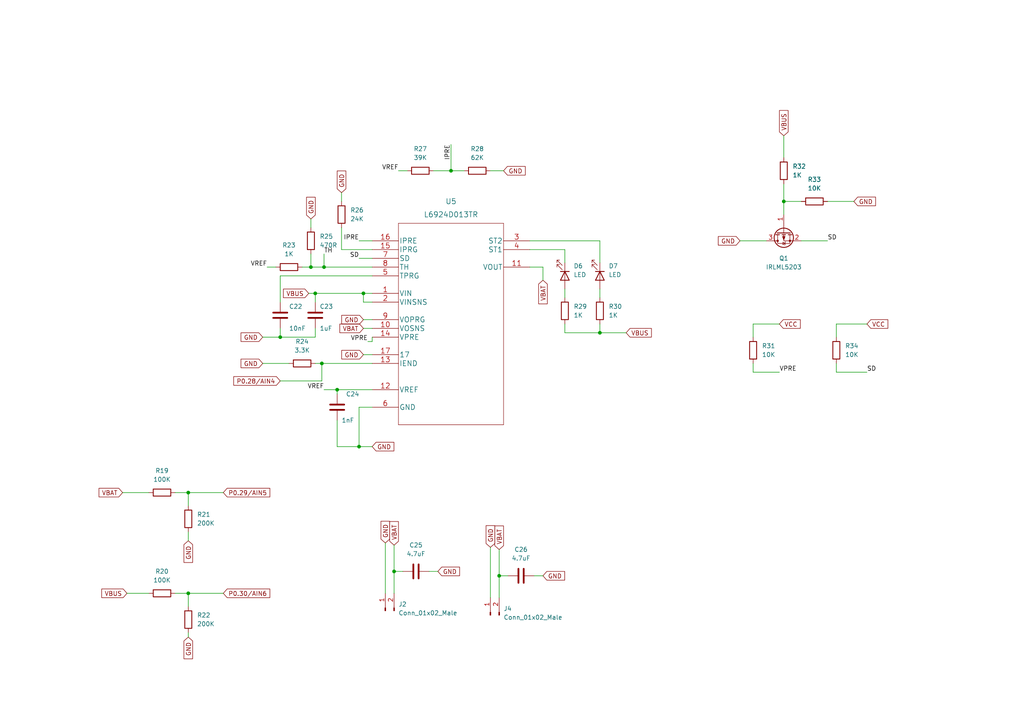
<source format=kicad_sch>
(kicad_sch (version 20211123) (generator eeschema)
  (paper "A4")
  (lib_symbols
    (symbol "Connector:Conn_01x02_Male" (pin_names (offset 1.016) hide)
      (property "Reference" "J" (at 0 2.54 0))
      (property "Value" "Conn_01x02_Male" (at 0 -5.08 0))
      (symbol "Conn_01x02_Male_1_1"
        (polyline (pts (xy 1.27 -2.54) (xy 0.8636 -2.54)) (stroke (width 0.1524)))
        (polyline (pts (xy 1.27 0) (xy 0.8636 0)) (stroke (width 0.1524)))
        (rectangle (start 0.8636 -2.413) (end 0 -2.667) (stroke (width 0.1524)) (fill (type outline)))
        (rectangle (start 0.8636 0.127) (end 0 -0.127) (stroke (width 0.1524)) (fill (type outline)))
        (pin passive line (at 5.08 0 180) (length 3.81) (name "Pin_1") (number "1"))
        (pin passive line (at 5.08 -2.54 180) (length 3.81) (name "Pin_2") (number "2"))
      )
    )
    (symbol "Device:C" (pin_numbers hide) (pin_names (offset 0.254))
      (property "Reference" "C" (at 0.635 2.54 0))
      (property "Value" "C" (at 0.635 -2.54 0))
      (symbol "C_0_1"
        (polyline (pts (xy -2.032 -0.762) (xy 2.032 -0.762)) (stroke (width 0.508)))
        (polyline (pts (xy -2.032 0.762) (xy 2.032 0.762)) (stroke (width 0.508)))
      )
      (symbol "C_1_1"
        (pin passive line (at 0 3.81 270) (length 2.794) (name "~") (number "1"))
        (pin passive line (at 0 -3.81 90) (length 2.794) (name "~") (number "2"))
      )
    )
    (symbol "Device:LED" (pin_numbers hide) (pin_names (offset 1.016) hide)
      (property "Reference" "D" (at 0 2.54 0))
      (property "Value" "LED" (at 0 -2.54 0))
      (symbol "LED_0_1"
        (polyline (pts (xy -1.27 -1.27) (xy -1.27 1.27)) (stroke (width 0.254)))
        (polyline (pts (xy -1.27 0) (xy 1.27 0)))
        (polyline (pts (xy 1.27 -1.27) (xy 1.27 1.27) (xy -1.27 0) (xy 1.27 -1.27)) (stroke (width 0.254)))
        (polyline (pts (xy -3.048 -0.762) (xy -4.572 -2.286) (xy -3.81 -2.286) (xy -4.572 -2.286) (xy -4.572 -1.524)))
        (polyline (pts (xy -1.778 -0.762) (xy -3.302 -2.286) (xy -2.54 -2.286) (xy -3.302 -2.286) (xy -3.302 -1.524)))
      )
      (symbol "LED_1_1"
        (pin passive line (at -3.81 0 0) (length 2.54) (name "K") (number "1"))
        (pin passive line (at 3.81 0 180) (length 2.54) (name "A") (number "2"))
      )
    )
    (symbol "Device:R" (pin_numbers hide) (pin_names (offset 0))
      (property "Reference" "R" (at 2.032 0 90))
      (property "Value" "R" (at 0 0 90))
      (symbol "R_0_1"
        (rectangle (start -1.016 -2.54) (end 1.016 2.54) (stroke (width 0.254)))
      )
      (symbol "R_1_1"
        (pin passive line (at 0 3.81 270) (length 1.27) (name "~") (number "1"))
        (pin passive line (at 0 -3.81 90) (length 1.27) (name "~") (number "2"))
      )
    )
    (symbol "L6924D013TR:L6924D013TR" (pin_names (offset 0.254))
      (property "Reference" "U" (at 22.86 10.16 0))
      (property "Value" "L6924D013TR" (at 22.86 7.62 0))
      (symbol "L6924D013TR_1_1"
        (polyline (pts (xy 7.62 -53.34) (xy 38.1 -53.34)) (stroke (width 0.127)))
        (polyline (pts (xy 7.62 5.08) (xy 7.62 -53.34)) (stroke (width 0.127)))
        (polyline (pts (xy 38.1 -53.34) (xy 38.1 5.08)) (stroke (width 0.127)))
        (polyline (pts (xy 38.1 5.08) (xy 7.62 5.08)) (stroke (width 0.127)))
        (pin input line (at 0 -15.24 0) (length 7.62) (name "VIN") (number "1"))
        (pin input line (at 0 -25.4 0) (length 7.62) (name "VOSNS") (number "10"))
        (pin output line (at 45.72 -7.62 180) (length 7.62) (name "VOUT") (number "11"))
        (pin output line (at 0 -43.18 0) (length 7.62) (name "VREF") (number "12"))
        (pin bidirectional line (at 0 -35.56 0) (length 7.62) (name "IEND") (number "13"))
        (pin input line (at 0 -27.94 0) (length 7.62) (name "VPRE") (number "14"))
        (pin input line (at 0 -2.54 0) (length 7.62) (name "IPRG") (number "15"))
        (pin input line (at 0 0 0) (length 7.62) (name "IPRE") (number "16"))
        (pin unspecified line (at 0 -33.02 0) (length 7.62) (name "17") (number "17"))
        (pin input line (at 0 -17.78 0) (length 7.62) (name "VINSNS") (number "2"))
        (pin output line (at 45.72 0 180) (length 7.62) (name "ST2") (number "3"))
        (pin output line (at 45.72 -2.54 180) (length 7.62) (name "ST1") (number "4"))
        (pin input line (at 0 -10.16 0) (length 7.62) (name "TPRG") (number "5"))
        (pin power_in line (at 0 -48.26 0) (length 7.62) (name "GND") (number "6"))
        (pin input line (at 0 -5.08 0) (length 7.62) (name "SD") (number "7"))
        (pin input line (at 0 -7.62 0) (length 7.62) (name "TH") (number "8"))
        (pin input line (at 0 -22.86 0) (length 7.62) (name "VOPRG") (number "9"))
      )
    )
    (symbol "Transistor_FET:IRLML5203" (pin_names hide)
      (property "Reference" "Q" (at 5.08 1.905 0))
      (property "Value" "IRLML5203" (at 5.08 0 0))
      (symbol "IRLML5203_0_1"
        (polyline (pts (xy 0.254 0) (xy -2.54 0)))
        (polyline (pts (xy 0.254 1.905) (xy 0.254 -1.905)) (stroke (width 0.254)))
        (polyline (pts (xy 0.762 -1.27) (xy 0.762 -2.286)) (stroke (width 0.254)))
        (polyline (pts (xy 0.762 0.508) (xy 0.762 -0.508)) (stroke (width 0.254)))
        (polyline (pts (xy 0.762 2.286) (xy 0.762 1.27)) (stroke (width 0.254)))
        (polyline (pts (xy 2.54 2.54) (xy 2.54 1.778)))
        (polyline (pts (xy 2.54 -2.54) (xy 2.54 0) (xy 0.762 0)))
        (polyline (pts (xy 0.762 1.778) (xy 3.302 1.778) (xy 3.302 -1.778) (xy 0.762 -1.778)))
        (polyline (pts (xy 2.286 0) (xy 1.27 0.381) (xy 1.27 -0.381) (xy 2.286 0)) (fill (type outline)))
        (polyline (pts (xy 2.794 -0.508) (xy 2.921 -0.381) (xy 3.683 -0.381) (xy 3.81 -0.254)))
        (polyline (pts (xy 3.302 -0.381) (xy 2.921 0.254) (xy 3.683 0.254) (xy 3.302 -0.381)))
        (circle (center 1.651 0) (radius 2.794) (stroke (width 0.254)))
        (circle (center 2.54 -1.778) (radius 0.254) (fill (type outline)))
        (circle (center 2.54 1.778) (radius 0.254) (fill (type outline)))
      )
      (symbol "IRLML5203_1_1"
        (pin input line (at -5.08 0 0) (length 2.54) (name "G") (number "1"))
        (pin passive line (at 2.54 -5.08 90) (length 2.54) (name "S") (number "2"))
        (pin passive line (at 2.54 5.08 270) (length 2.54) (name "D") (number "3"))
      )
    )
  )
  (junction (at 105.41 85.09))
  (junction (at 144.78 167.005))
  (junction (at 54.61 172.085))
  (junction (at 130.81 49.53))
  (junction (at 54.61 142.875))
  (junction (at 114.3 165.735))
  (junction (at 90.17 77.47))
  (junction (at 91.44 85.09))
  (junction (at 104.14 129.54))
  (junction (at 227.33 58.42))
  (junction (at 81.28 97.79))
  (junction (at 173.99 96.52))
  (junction (at 93.345 105.41))
  (junction (at 97.79 113.03))
  (junction (at 93.98 77.47))
  (wire (pts (xy 142.24 49.53) (xy 146.05 49.53)))
  (wire (pts (xy 107.95 72.39) (xy 99.06 72.39)))
  (wire (pts (xy 227.33 58.42) (xy 227.33 62.23)))
  (wire (pts (xy 242.57 93.98) (xy 251.46 93.98)))
  (wire (pts (xy 76.2 105.41) (xy 83.82 105.41)))
  (wire (pts (xy 50.8 142.875) (xy 54.61 142.875)))
  (wire (pts (xy 114.3 165.735) (xy 116.84 165.735)))
  (wire (pts (xy 90.17 63.5) (xy 90.17 66.04)))
  (wire (pts (xy 154.94 167.005) (xy 157.48 167.005)))
  (wire (pts (xy 111.76 157.48) (xy 111.76 172.085)))
  (wire (pts (xy 104.14 74.93) (xy 107.95 74.93)))
  (wire (pts (xy 124.46 165.735) (xy 127 165.735)))
  (wire (pts (xy 93.98 113.03) (xy 97.79 113.03)))
  (wire (pts (xy 99.06 72.39) (xy 99.06 66.04)))
  (wire (pts (xy 93.345 105.41) (xy 107.95 105.41)))
  (wire (pts (xy 144.78 159.385) (xy 144.78 167.005)))
  (wire (pts (xy 163.83 93.98) (xy 163.83 96.52)))
  (wire (pts (xy 104.14 129.54) (xy 107.95 129.54)))
  (wire (pts (xy 214.63 69.85) (xy 222.25 69.85)))
  (wire (pts (xy 240.03 58.42) (xy 247.65 58.42)))
  (wire (pts (xy 153.67 72.39) (xy 163.83 72.39)))
  (wire (pts (xy 107.95 87.63) (xy 105.41 87.63)))
  (wire (pts (xy 242.57 107.95) (xy 251.46 107.95)))
  (wire (pts (xy 218.44 97.79) (xy 218.44 93.98)))
  (wire (pts (xy 104.14 118.11) (xy 104.14 129.54)))
  (wire (pts (xy 227.33 53.34) (xy 227.33 58.42)))
  (wire (pts (xy 130.81 41.91) (xy 130.81 49.53)))
  (wire (pts (xy 105.41 102.87) (xy 107.95 102.87)))
  (wire (pts (xy 173.99 83.82) (xy 173.99 86.36)))
  (wire (pts (xy 218.44 105.41) (xy 218.44 107.95)))
  (wire (pts (xy 87.63 77.47) (xy 90.17 77.47)))
  (wire (pts (xy 105.41 85.09) (xy 107.95 85.09)))
  (wire (pts (xy 115.57 49.53) (xy 118.11 49.53)))
  (wire (pts (xy 93.345 110.49) (xy 81.28 110.49)))
  (wire (pts (xy 242.57 105.41) (xy 242.57 107.95)))
  (wire (pts (xy 91.44 85.09) (xy 105.41 85.09)))
  (wire (pts (xy 163.83 83.82) (xy 163.83 86.36)))
  (wire (pts (xy 105.41 95.25) (xy 107.95 95.25)))
  (wire (pts (xy 81.28 95.25) (xy 81.28 97.79)))
  (wire (pts (xy 93.345 105.41) (xy 93.345 110.49)))
  (wire (pts (xy 218.44 107.95) (xy 226.06 107.95)))
  (wire (pts (xy 91.44 95.25) (xy 91.44 97.79)))
  (wire (pts (xy 232.41 69.85) (xy 240.03 69.85)))
  (wire (pts (xy 81.28 80.01) (xy 107.95 80.01)))
  (wire (pts (xy 104.14 69.85) (xy 107.95 69.85)))
  (wire (pts (xy 54.61 142.875) (xy 54.61 146.685)))
  (wire (pts (xy 81.28 97.79) (xy 91.44 97.79)))
  (wire (pts (xy 50.8 172.085) (xy 54.61 172.085)))
  (wire (pts (xy 144.78 167.005) (xy 144.78 173.355)))
  (wire (pts (xy 90.17 73.66) (xy 90.17 77.47)))
  (wire (pts (xy 97.79 121.92) (xy 97.79 129.54)))
  (wire (pts (xy 99.06 55.88) (xy 99.06 58.42)))
  (wire (pts (xy 114.3 165.735) (xy 114.3 172.085)))
  (wire (pts (xy 107.95 97.79) (xy 107.95 99.06)))
  (wire (pts (xy 97.79 129.54) (xy 104.14 129.54)))
  (wire (pts (xy 114.3 158.115) (xy 114.3 165.735)))
  (wire (pts (xy 93.98 77.47) (xy 107.95 77.47)))
  (wire (pts (xy 153.67 69.85) (xy 173.99 69.85)))
  (wire (pts (xy 242.57 97.79) (xy 242.57 93.98)))
  (wire (pts (xy 125.73 49.53) (xy 130.81 49.53)))
  (wire (pts (xy 76.2 97.79) (xy 81.28 97.79)))
  (wire (pts (xy 227.33 39.37) (xy 227.33 45.72)))
  (wire (pts (xy 81.28 87.63) (xy 81.28 80.01)))
  (wire (pts (xy 173.99 69.85) (xy 173.99 76.2)))
  (wire (pts (xy 130.81 49.53) (xy 134.62 49.53)))
  (wire (pts (xy 142.24 158.75) (xy 142.24 173.355)))
  (wire (pts (xy 173.99 96.52) (xy 181.61 96.52)))
  (wire (pts (xy 163.83 72.39) (xy 163.83 76.2)))
  (wire (pts (xy 35.56 142.875) (xy 43.18 142.875)))
  (wire (pts (xy 105.41 85.09) (xy 105.41 87.63)))
  (wire (pts (xy 77.47 77.47) (xy 80.01 77.47)))
  (wire (pts (xy 106.68 99.06) (xy 107.95 99.06)))
  (wire (pts (xy 107.95 113.03) (xy 97.79 113.03)))
  (wire (pts (xy 93.98 73.66) (xy 93.98 77.47)))
  (wire (pts (xy 91.44 87.63) (xy 91.44 85.09)))
  (wire (pts (xy 91.44 105.41) (xy 93.345 105.41)))
  (wire (pts (xy 173.99 96.52) (xy 173.99 93.98)))
  (wire (pts (xy 157.48 77.47) (xy 157.48 81.28)))
  (wire (pts (xy 54.61 154.305) (xy 54.61 156.845)))
  (wire (pts (xy 54.61 183.515) (xy 54.61 184.785)))
  (wire (pts (xy 36.83 172.085) (xy 43.18 172.085)))
  (wire (pts (xy 54.61 142.875) (xy 64.77 142.875)))
  (wire (pts (xy 105.41 92.71) (xy 107.95 92.71)))
  (wire (pts (xy 227.33 58.42) (xy 232.41 58.42)))
  (wire (pts (xy 89.535 85.09) (xy 91.44 85.09)))
  (wire (pts (xy 107.95 118.11) (xy 104.14 118.11)))
  (wire (pts (xy 144.78 167.005) (xy 147.32 167.005)))
  (wire (pts (xy 54.61 172.085) (xy 54.61 175.895)))
  (wire (pts (xy 163.83 96.52) (xy 173.99 96.52)))
  (wire (pts (xy 218.44 93.98) (xy 226.06 93.98)))
  (wire (pts (xy 54.61 172.085) (xy 64.77 172.085)))
  (wire (pts (xy 97.79 113.03) (xy 97.79 114.3)))
  (wire (pts (xy 90.17 77.47) (xy 93.98 77.47)))
  (wire (pts (xy 153.67 77.47) (xy 157.48 77.47)))
  (label "VREF" (at 93.98 113.03 180))
  (label "VREF" (at 77.47 77.47 180))
  (label "VPRE" (at 226.06 107.95 0))
  (label "IPRE" (at 104.14 69.85 180))
  (label "IPRE" (at 130.81 41.91 270))
  (label "VREF" (at 115.57 49.53 180))
  (label "SD" (at 104.14 74.93 180))
  (label "SD" (at 240.03 69.85 0))
  (label "SD" (at 251.46 107.95 0))
  (label "TH" (at 93.98 73.66 0))
  (label "VPRE" (at 106.68 99.06 180))
  (global_label "GND" (shape input) (at 142.24 158.75 90) (property "Intersheet References" "${INTERSHEET_REFS}" (effects hide)))
  (global_label "GND" (shape input) (at 127 165.735 0) (property "Intersheet References" "${INTERSHEET_REFS}" (effects hide)))
  (global_label "GND" (shape input) (at 76.2 105.41 180) (property "Intersheet References" "${INTERSHEET_REFS}" (effects hide)))
  (global_label "VBAT" (shape input) (at 105.41 95.25 180) (property "Intersheet References" "${INTERSHEET_REFS}" (effects hide)))
  (global_label "GND" (shape input) (at 107.95 129.54 0) (property "Intersheet References" "${INTERSHEET_REFS}" (effects hide)))
  (global_label "GND" (shape input) (at 76.2 97.79 180) (property "Intersheet References" "${INTERSHEET_REFS}" (effects hide)))
  (global_label "VBUS" (shape input) (at 181.61 96.52 0) (property "Intersheet References" "${INTERSHEET_REFS}" (effects hide)))
  (global_label "VBUS" (shape input) (at 227.33 39.37 90) (property "Intersheet References" "${INTERSHEET_REFS}" (effects hide)))
  (global_label "GND" (shape input) (at 54.61 156.845 270) (property "Intersheet References" "${INTERSHEET_REFS}" (effects hide)))
  (global_label "VCC" (shape input) (at 251.46 93.98 0) (property "Intersheet References" "${INTERSHEET_REFS}" (effects hide)))
  (global_label "P0.29{slash}AIN5" (shape input) (at 64.77 142.875 0) (property "Intersheet References" "${INTERSHEET_REFS}" (effects hide)))
  (global_label "GND" (shape input) (at 214.63 69.85 180) (property "Intersheet References" "${INTERSHEET_REFS}" (effects hide)))
  (global_label "GND" (shape input) (at 99.06 55.88 90) (property "Intersheet References" "${INTERSHEET_REFS}" (effects hide)))
  (global_label "GND" (shape input) (at 146.05 49.53 0) (property "Intersheet References" "${INTERSHEET_REFS}" (effects hide)))
  (global_label "P0.30{slash}AIN6" (shape input) (at 64.77 172.085 0) (property "Intersheet References" "${INTERSHEET_REFS}" (effects hide)))
  (global_label "GND" (shape input) (at 54.61 184.785 270) (property "Intersheet References" "${INTERSHEET_REFS}" (effects hide)))
  (global_label "VBAT" (shape input) (at 35.56 142.875 180) (property "Intersheet References" "${INTERSHEET_REFS}" (effects hide)))
  (global_label "VBAT" (shape input) (at 157.48 81.28 270) (property "Intersheet References" "${INTERSHEET_REFS}" (effects hide)))
  (global_label "GND" (shape input) (at 105.41 102.87 180) (property "Intersheet References" "${INTERSHEET_REFS}" (effects hide)))
  (global_label "GND" (shape input) (at 111.76 157.48 90) (property "Intersheet References" "${INTERSHEET_REFS}" (effects hide)))
  (global_label "GND" (shape input) (at 105.41 92.71 180) (property "Intersheet References" "${INTERSHEET_REFS}" (effects hide)))
  (global_label "GND" (shape input) (at 247.65 58.42 0) (property "Intersheet References" "${INTERSHEET_REFS}" (effects hide)))
  (global_label "VBAT" (shape input) (at 144.78 159.385 90) (property "Intersheet References" "${INTERSHEET_REFS}" (effects hide)))
  (global_label "GND" (shape input) (at 157.48 167.005 0) (property "Intersheet References" "${INTERSHEET_REFS}" (effects hide)))
  (global_label "VBUS" (shape input) (at 89.535 85.09 180) (property "Intersheet References" "${INTERSHEET_REFS}" (effects hide)))
  (global_label "P0.28{slash}AIN4" (shape input) (at 81.28 110.49 180) (property "Intersheet References" "${INTERSHEET_REFS}" (effects hide)))
  (global_label "GND" (shape input) (at 90.17 63.5 90) (property "Intersheet References" "${INTERSHEET_REFS}" (effects hide)))
  (global_label "VBUS" (shape input) (at 36.83 172.085 180) (property "Intersheet References" "${INTERSHEET_REFS}" (effects hide)))
  (global_label "VBAT" (shape input) (at 114.3 158.115 90) (property "Intersheet References" "${INTERSHEET_REFS}" (effects hide)))
  (global_label "VCC" (shape input) (at 226.06 93.98 0) (property "Intersheet References" "${INTERSHEET_REFS}" (effects hide)))
  (symbol (lib_id "Device:R") (at 90.17 69.85 180) (unit 1)
    (property "Reference" "R25" (at 92.71 68.5799 0) (effects (justify right)))
    (property "Value" "470R" (at 92.71 71.1199 0) (effects (justify right)))
    (property "Footprint" "Resistor_SMD:R_0603_1608Metric" (effects hide))
  )
  (symbol (lib_id "Device:C") (at 97.79 118.11 0) (unit 1)
    (property "Reference" "C24" (at 100.33 114.3 0) (effects (justify left)))
    (property "Value" "1nF" (at 99.06 121.92 0) (effects (justify left)))
    (property "Footprint" "Capacitor_SMD:C_0603_1608Metric" (effects hide))
  )
  (symbol (lib_id "Device:LED") (at 163.83 80.01 270) (unit 1)
    (property "Reference" "D6" (at 166.37 77.1524 90) (effects (justify left)))
    (property "Value" "LED" (at 166.37 79.6924 90) (effects (justify left)))
    (property "Footprint" "LED_SMD:LED_0805_2012Metric" (effects hide))
  )
  (symbol (lib_id "Device:LED") (at 173.99 80.01 270) (unit 1)
    (property "Reference" "D7" (at 176.53 77.1524 90) (effects (justify left)))
    (property "Value" "LED" (at 176.53 79.6924 90) (effects (justify left)))
    (property "Footprint" "LED_SMD:LED_0805_2012Metric" (effects hide))
  )
  (symbol (lib_id "L6924D013TR:L6924D013TR") (at 107.95 69.85 0) (unit 1)
    (property "Reference" "U5" (at 130.81 58.42 0) (effects (font (size 1.524 1.524))))
    (property "Value" "L6924D013TR" (at 130.81 62.23 0) (effects (font (size 1.524 1.524))))
    (property "Footprint" "footprints:L6924D013TR" (effects hide))
  )
  (symbol (lib_id "Device:R") (at 87.63 105.41 270) (unit 1)
    (property "Reference" "R24" (at 87.63 99.06 90))
    (property "Value" "3.3K" (at 87.63 101.6 90))
    (property "Footprint" "Resistor_SMD:R_0603_1608Metric" (effects hide))
  )
  (symbol (lib_id "Device:R") (at 218.44 101.6 0) (unit 1)
    (property "Reference" "R31" (at 220.98 100.3299 0) (effects (justify left)))
    (property "Value" "10K" (at 220.98 102.8699 0) (effects (justify left)))
    (property "Footprint" "Resistor_SMD:R_0603_1608Metric" (effects hide))
  )
  (symbol (lib_id "Device:R") (at 83.82 77.47 270) (unit 1)
    (property "Reference" "R23" (at 83.82 71.12 90))
    (property "Value" "1K" (at 83.82 73.66 90))
    (property "Footprint" "Resistor_SMD:R_0603_1608Metric" (effects hide))
  )
  (symbol (lib_id "Device:C") (at 91.44 91.44 0) (unit 1)
    (property "Reference" "C23" (at 92.71 88.9 0) (effects (justify left)))
    (property "Value" "1uF" (at 92.71 95.25 0) (effects (justify left)))
    (property "Footprint" "Capacitor_SMD:C_0603_1608Metric" (effects hide))
  )
  (symbol (lib_id "Device:R") (at 242.57 101.6 0) (unit 1)
    (property "Reference" "R34" (at 245.11 100.3299 0) (effects (justify left)))
    (property "Value" "10K" (at 245.11 102.8699 0) (effects (justify left)))
    (property "Footprint" "Resistor_SMD:R_0603_1608Metric" (effects hide))
  )
  (symbol (lib_id "Device:C") (at 151.13 167.005 90) (unit 1)
    (property "Reference" "C26" (at 151.13 159.385 90))
    (property "Value" "4.7uF" (at 151.13 161.925 90))
    (property "Footprint" "Capacitor_SMD:C_0603_1608Metric" (effects hide))
  )
  (symbol (lib_id "Device:R") (at 99.06 62.23 180) (unit 1)
    (property "Reference" "R26" (at 101.6 60.9599 0) (effects (justify right)))
    (property "Value" "24K" (at 101.6 63.4999 0) (effects (justify right)))
    (property "Footprint" "Resistor_SMD:R_0603_1608Metric" (effects hide))
  )
  (symbol (lib_id "Device:R") (at 138.43 49.53 90) (unit 1)
    (property "Reference" "R28" (at 138.43 43.18 90))
    (property "Value" "62K" (at 138.43 45.72 90))
    (property "Footprint" "Resistor_SMD:R_0603_1608Metric" (effects hide))
  )
  (symbol (lib_id "Device:R") (at 121.92 49.53 90) (unit 1)
    (property "Reference" "R27" (at 121.92 43.18 90))
    (property "Value" "39K" (at 121.92 45.72 90))
    (property "Footprint" "Resistor_SMD:R_0603_1608Metric" (effects hide))
  )
  (symbol (lib_id "Transistor_FET:IRLML5203") (at 227.33 67.31 90) (mirror x) (unit 1)
    (property "Reference" "Q1" (at 227.33 74.93 90))
    (property "Value" "IRLML5203" (at 227.33 77.47 90))
    (property "Footprint" "Package_TO_SOT_SMD:SOT-23" (effects hide))
    (property "Datasheet" "https://www.infineon.com/dgdl/irlml5203pbf.pdf?fileId=5546d462533600a40153566868da261d" (effects hide))
  )
  (symbol (lib_id "Device:R") (at 46.99 142.875 90) (unit 1)
    (property "Reference" "R19" (at 46.99 136.525 90))
    (property "Value" "100K" (at 46.99 139.065 90))
    (property "Footprint" "Resistor_SMD:R_0603_1608Metric" (effects hide))
  )
  (symbol (lib_id "Device:R") (at 236.22 58.42 270) (unit 1)
    (property "Reference" "R33" (at 236.22 52.07 90))
    (property "Value" "10K" (at 236.22 54.61 90))
    (property "Footprint" "Resistor_SMD:R_0603_1608Metric" (effects hide))
  )
  (symbol (lib_id "Connector:Conn_01x02_Male") (at 111.76 177.165 90) (unit 1)
    (property "Reference" "J2" (at 115.57 175.2599 90) (effects (justify right)))
    (property "Value" "Conn_01x02_Male" (at 115.57 177.7999 90) (effects (justify right)))
    (property "Footprint" "Connector_PinHeader_2.54mm:PinHeader_1x02_P2.54mm_Vertical" (effects hide))
  )
  (symbol (lib_id "Device:C") (at 81.28 91.44 0) (unit 1)
    (property "Reference" "C22" (at 83.82 88.9 0) (effects (justify left)))
    (property "Value" "10nF" (at 83.82 95.25 0) (effects (justify left)))
    (property "Footprint" "Capacitor_SMD:C_0603_1608Metric" (effects hide))
  )
  (symbol (lib_id "Device:R") (at 163.83 90.17 0) (unit 1)
    (property "Reference" "R29" (at 166.37 88.8999 0) (effects (justify left)))
    (property "Value" "1K" (at 166.37 91.4399 0) (effects (justify left)))
    (property "Footprint" "Resistor_SMD:R_0603_1608Metric" (effects hide))
  )
  (symbol (lib_id "Device:R") (at 54.61 179.705 0) (unit 1)
    (property "Reference" "R22" (at 57.15 178.4349 0) (effects (justify left)))
    (property "Value" "200K" (at 57.15 180.9749 0) (effects (justify left)))
    (property "Footprint" "Resistor_SMD:R_0603_1608Metric" (effects hide))
  )
  (symbol (lib_id "Device:R") (at 46.99 172.085 270) (unit 1)
    (property "Reference" "R20" (at 46.99 165.735 90))
    (property "Value" "100K" (at 46.99 168.275 90))
    (property "Footprint" "Resistor_SMD:R_0603_1608Metric" (effects hide))
  )
  (symbol (lib_id "Device:R") (at 227.33 49.53 180) (unit 1)
    (property "Reference" "R32" (at 229.87 48.2599 0) (effects (justify right)))
    (property "Value" "1K" (at 229.87 50.7999 0) (effects (justify right)))
    (property "Footprint" "Resistor_SMD:R_0603_1608Metric" (effects hide))
  )
  (symbol (lib_id "Device:C") (at 120.65 165.735 90) (unit 1)
    (property "Reference" "C25" (at 120.65 158.115 90))
    (property "Value" "4.7uF" (at 120.65 160.655 90))
    (property "Footprint" "Capacitor_SMD:C_0603_1608Metric" (effects hide))
  )
  (symbol (lib_id "Connector:Conn_01x02_Male") (at 142.24 178.435 90) (unit 1)
    (property "Reference" "J4" (at 146.05 176.5299 90) (effects (justify right)))
    (property "Value" "Conn_01x02_Male" (at 146.05 179.0699 90) (effects (justify right)))
    (property "Footprint" "Connector_PinHeader_2.54mm:PinHeader_1x02_P2.54mm_Vertical" (effects hide))
  )
  (symbol (lib_id "Device:R") (at 173.99 90.17 0) (unit 1)
    (property "Reference" "R30" (at 176.53 88.8999 0) (effects (justify left)))
    (property "Value" "1K" (at 176.53 91.4399 0) (effects (justify left)))
    (property "Footprint" "Resistor_SMD:R_0603_1608Metric" (effects hide))
  )
  (symbol (lib_id "Device:R") (at 54.61 150.495 180) (unit 1)
    (property "Reference" "R21" (at 57.15 149.2249 0) (effects (justify right)))
    (property "Value" "200K" (at 57.15 151.7649 0) (effects (justify right)))
    (property "Footprint" "Resistor_SMD:R_0603_1608Metric" (effects hide))
  )
)
</source>
